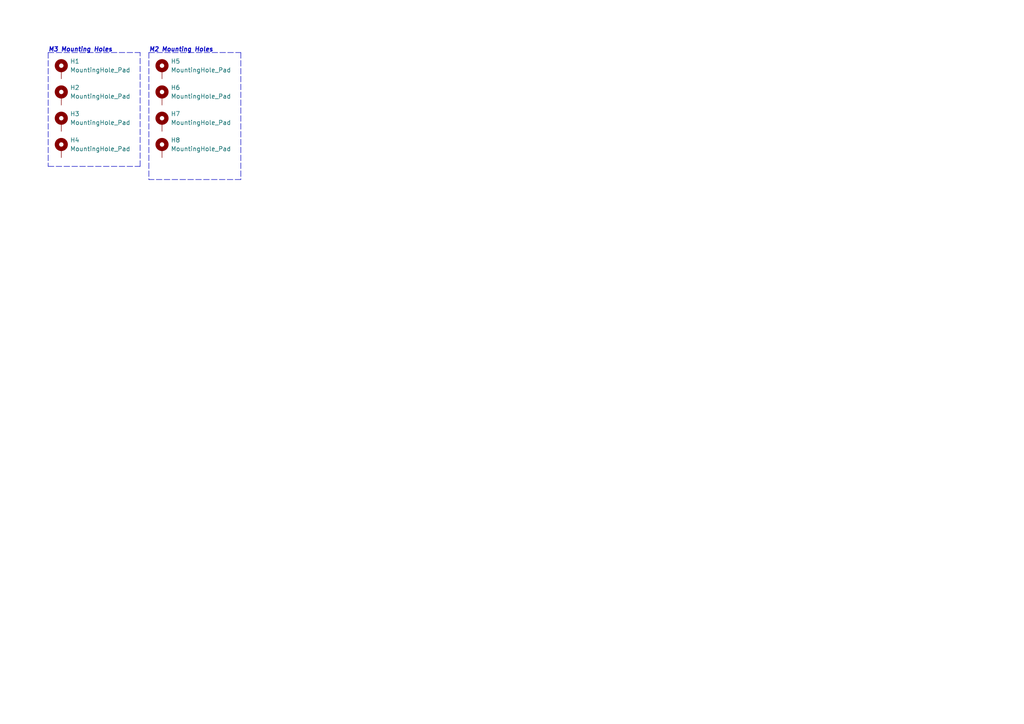
<source format=kicad_sch>
(kicad_sch (version 20211123) (generator eeschema)
  (paper "A4")
  (lib_symbols
    (symbol "Mechanical:MountingHole_Pad" (pin_numbers hide) (pin_names (offset 1.016) hide)
      (property "Reference" "H" (at 0 6.35 0))
      (property "Value" "MountingHole_Pad" (at 0 4.445 0))
      (symbol "MountingHole_Pad_0_1"
        (circle (center 0 1.27) (radius 1.27) (stroke (width 1.27)))
      )
      (symbol "MountingHole_Pad_1_1"
        (pin input line (at 0 -2.54 90) (length 2.54) (name "1") (number "1"))
      )
    )
  )
  (polyline (pts (xy 13.97 15.24) (xy 13.97 48.26)))
  (polyline (pts (xy 40.64 48.26) (xy 40.64 15.24)))
  (polyline (pts (xy 69.85 52.07) (xy 43.18 52.07)))
  (polyline (pts (xy 13.97 48.26) (xy 40.64 48.26)))
  (polyline (pts (xy 69.85 15.24) (xy 69.85 52.07)))
  (polyline (pts (xy 43.18 15.24) (xy 43.18 52.07)))
  (polyline (pts (xy 13.97 15.24) (xy 40.64 15.24)))
  (polyline (pts (xy 43.18 15.24) (xy 69.85 15.24)))
  (text "M3 Mounting Holes\n" (at 13.97 15.24 0) (effects (font (size 1.27 1.27) (thickness 0.254) bold italic) (justify left bottom)))
  (text "M2 Mounting Holes" (at 43.18 15.24 0) (effects (font (size 1.27 1.27) (thickness 0.254) bold italic) (justify left bottom)))
  (symbol (lib_id "Mechanical:MountingHole_Pad") (at 17.78 27.94 0) (unit 1)
    (property "Reference" "H2" (at 20.32 25.3999 0) (effects (justify left)))
    (property "Value" "MountingHole_Pad" (at 20.32 27.9399 0) (effects (justify left)))
    (property "Footprint" "MountingHole:MountingHole_3.2mm_M3_Pad_TopBottom" (effects hide))
  )
  (symbol (lib_id "Mechanical:MountingHole_Pad") (at 46.99 20.32 0) (unit 1)
    (property "Reference" "H5" (at 49.53 17.7799 0) (effects (justify left)))
    (property "Value" "MountingHole_Pad" (at 49.53 20.3199 0) (effects (justify left)))
    (property "Footprint" "MountingHole:MountingHole_2.2mm_M2_Pad_TopBottom" (effects hide))
  )
  (symbol (lib_id "Mechanical:MountingHole_Pad") (at 46.99 35.56 0) (unit 1)
    (property "Reference" "H7" (at 49.53 33.0199 0) (effects (justify left)))
    (property "Value" "MountingHole_Pad" (at 49.53 35.5599 0) (effects (justify left)))
    (property "Footprint" "MountingHole:MountingHole_2.2mm_M2_Pad_TopBottom" (effects hide))
  )
  (symbol (lib_id "Mechanical:MountingHole_Pad") (at 17.78 20.32 0) (unit 1)
    (property "Reference" "H1" (at 20.32 17.7799 0) (effects (justify left)))
    (property "Value" "MountingHole_Pad" (at 20.32 20.3199 0) (effects (justify left)))
    (property "Footprint" "MountingHole:MountingHole_3.2mm_M3_Pad_TopBottom" (effects hide))
  )
  (symbol (lib_id "Mechanical:MountingHole_Pad") (at 46.99 43.18 0) (unit 1)
    (property "Reference" "H8" (at 49.53 40.6399 0) (effects (justify left)))
    (property "Value" "MountingHole_Pad" (at 49.53 43.1799 0) (effects (justify left)))
    (property "Footprint" "MountingHole:MountingHole_2.2mm_M2_Pad_TopBottom" (effects hide))
  )
  (symbol (lib_id "Mechanical:MountingHole_Pad") (at 17.78 43.18 0) (unit 1)
    (property "Reference" "H4" (at 20.32 40.6399 0) (effects (justify left)))
    (property "Value" "MountingHole_Pad" (at 20.32 43.1799 0) (effects (justify left)))
    (property "Footprint" "MountingHole:MountingHole_3.2mm_M3_Pad_TopBottom" (effects hide))
  )
  (symbol (lib_id "Mechanical:MountingHole_Pad") (at 46.99 27.94 0) (unit 1)
    (property "Reference" "H6" (at 49.53 25.3999 0) (effects (justify left)))
    (property "Value" "MountingHole_Pad" (at 49.53 27.9399 0) (effects (justify left)))
    (property "Footprint" "MountingHole:MountingHole_2.2mm_M2_Pad_TopBottom" (effects hide))
  )
  (symbol (lib_id "Mechanical:MountingHole_Pad") (at 17.78 35.56 0) (unit 1)
    (property "Reference" "H3" (at 20.32 33.0199 0) (effects (justify left)))
    (property "Value" "MountingHole_Pad" (at 20.32 35.5599 0) (effects (justify left)))
    (property "Footprint" "MountingHole:MountingHole_3.2mm_M3_Pad_TopBottom" (effects hide))
  )
)
</source>
